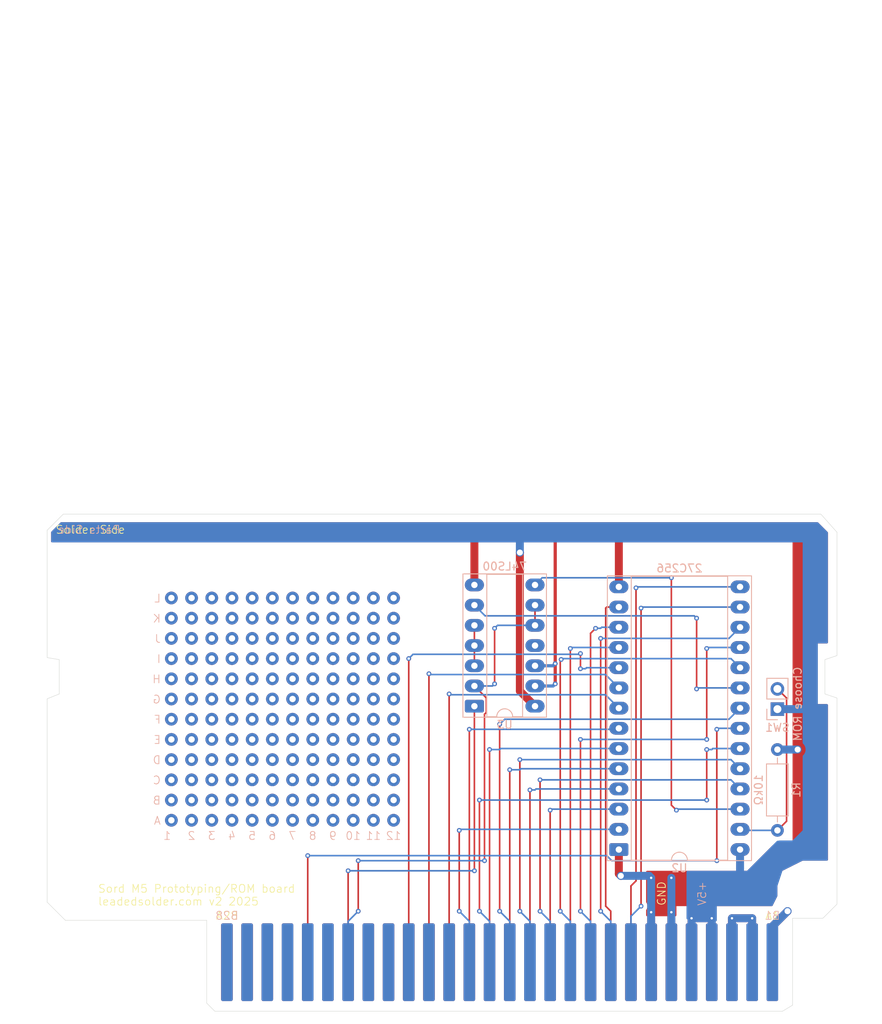
<source format=kicad_pcb>
(kicad_pcb (version 20241229) (generator "pcbnew") (generator_version "9.0")
  (layers (0 "F.Cu" signal) (2 "B.Cu" signal) (13 "F.Paste" user) (15 "B.Paste" user) (5 "F.SilkS" user "F.Silkscreen") (7 "B.SilkS" user "B.Silkscreen") (1 "F.Mask" user) (3 "B.Mask" user) (25 "Edge.Cuts" user))
  (net 0 "")
  (net 1 "/A0")
  (net 2 "GND")
  (net 3 "/A10")
  (net 4 "/D4")
  (net 5 "/A5")
  (net 6 "/A8")
  (net 7 "/~{MEM_RD}")
  (net 8 "/D5")
  (net 9 "/A6")
  (net 10 "+5V")
  (net 11 "/D2")
  (net 12 "/ROM_A14")
  (net 13 "/D0")
  (net 14 "/A1")
  (net 15 "/D3")
  (net 16 "/A3")
  (net 17 "/~{ROM2}")
  (net 18 "/D1")
  (net 19 "/A7")
  (net 20 "/D7")
  (net 21 "/A12")
  (net 22 "/A2")
  (net 23 "/D6")
  (net 24 "/~{ROM0}")
  (net 25 "/A9")
  (net 26 "/A4")
  (net 27 "/A11")
  (net 28 "/ROM_A13")
  (net 35 "+12V")
  (net 36 "-12V")
  (net 39 "/~{ROM1}")
  (net 49 "/~{ROM_CS}")
  (net 51 "Net-(U3-Pad3)")
  (footprint "MountingHole:MountingHole_3.2mm_M3" (layer "F.Cu") (at 196.088 138.938)
    (property "Reference" "REF**" (hide yes))
    (property "Value" "MountingHole_3.2mm_M3")
  )
  (footprint "Sord:M5_CartridgeSlot" (layer "F.Cu") (at 189.23 152.908)
    (property "Reference" "U1" (hide yes))
    (property "Value" "~")
  )
  (footprint "MountingHole:MountingHole_3.2mm_M3" (layer "F.Cu") (at 104.14 139.192)
    (property "Reference" "REF**" (hide yes))
    (property "Value" "MountingHole_3.2mm_M3")
  )
  (footprint "Resistor_THT:R_Axial_DIN0207_L6.3mm_D2.5mm_P10.16mm_Horizontal" (layer "B.Cu") (at 192.405 131.445 90)
    (property "Reference" "R1")
    (property "Value" "10kΩ")
  )
  (footprint "Connector_PinHeader_2.54mm:PinHeader_1x02_P2.54mm_Vertical" (layer "B.Cu") (at 192.405 116.205)
    (property "Reference" "SW1")
    (property "Value" "Choose ROM")
  )
  (footprint "Package_DIP:DIP-14_W7.62mm_Socket_LongPads" (layer "B.Cu") (at 154.305 115.835)
    (property "Reference" "U3")
    (property "Value" "74LS00")
  )
  (footprint "Package_DIP:DIP-28_W15.24mm_Socket_LongPads" (layer "B.Cu") (at 172.466 133.858)
    (property "Reference" "U2")
    (property "Value" "27C256")
  )
  (footprint "Sord:Prototyping_Area" (layer "B.Cu") (at 130.175 116.205)
    (property "Reference" "REF**" (hide yes))
    (property "Value" "Prototyping_Area")
  )
  (gr_line (start 100.838 114.808) (end 100.584 114.9096) (stroke (width 0.05)) (layer "Edge.Cuts"))
  (gr_line (start 199.898 93.98) (end 197.866 91.694) (stroke (width 0.05)) (layer "Edge.Cuts"))
  (gr_line (start 199.898 109.474) (end 199.898 109.22) (stroke (width 0.05)) (layer "Edge.Cuts"))
  (gr_line (start 102.108 109.982) (end 102.108 114.3) (stroke (width 0.05)) (layer "Edge.Cuts"))
  (gr_line (start 199.898 114.808) (end 198.374 114.3) (stroke (width 0.05)) (layer "Edge.Cuts"))
  (gr_line (start 198.374 109.982) (end 198.374 114.3) (stroke (width 0.05)) (layer "Edge.Cuts"))
  (gr_line (start 100.584 115.062) (end 100.584 140.462) (stroke (width 0.05)) (layer "Edge.Cuts"))
  (gr_line (start 102.616 91.694) (end 197.866 91.694) (stroke (width 0.05)) (layer "Edge.Cuts"))
  (gr_line (start 100.584 140.462) (end 102.87 142.748) (stroke (width 0.05)) (layer "Edge.Cuts"))
  (gr_line (start 100.584 93.726) (end 100.584 109.728) (stroke (width 0.05)) (layer "Edge.Cuts"))
  (gr_line (start 121.666 154.178) (end 193.04 154.178) (stroke (width 0.05)) (layer "Edge.Cuts"))
  (gr_line (start 120.65 153.162) (end 121.666 154.178) (stroke (width 0.05)) (layer "Edge.Cuts"))
  (gr_line (start 199.898 109.22) (end 199.898 93.98) (stroke (width 0.05)) (layer "Edge.Cuts"))
  (gr_line (start 199.898 140.716) (end 199.898 114.808) (stroke (width 0.05)) (layer "Edge.Cuts"))
  (gr_line (start 194.31 153.416) (end 194.31 142.494) (stroke (width 0.05)) (layer "Edge.Cuts"))
  (gr_line (start 198.374 109.982) (end 199.898 109.474) (stroke (width 0.05)) (layer "Edge.Cuts"))
  (gr_line (start 194.31 142.494) (end 198.12 142.494) (stroke (width 0.05)) (layer "Edge.Cuts"))
  (gr_line (start 100.584 109.728) (end 102.108 109.982) (stroke (width 0.05)) (layer "Edge.Cuts"))
  (gr_line (start 100.584 114.9096) (end 100.584 115.062) (stroke (width 0.05)) (layer "Edge.Cuts"))
  (gr_line (start 102.616 91.694) (end 100.584 93.726) (stroke (width 0.05)) (layer "Edge.Cuts"))
  (gr_line (start 102.87 142.748) (end 120.65 142.748) (stroke (width 0.05)) (layer "Edge.Cuts"))
  (gr_line (start 102.108 114.3) (end 100.838 114.808) (stroke (width 0.05)) (layer "Edge.Cuts"))
  (gr_line (start 198.12 142.494) (end 199.898 140.716) (stroke (width 0.05)) (layer "Edge.Cuts"))
  (gr_line (start 120.65 142.748) (end 120.65 153.162) (stroke (width 0.05)) (layer "Edge.Cuts"))
  (gr_line (start 193.04 154.178) (end 194.31 153.416) (stroke (width 0.05)) (layer "Edge.Cuts"))
  (gr_text "Sord M5 Prototyping/ROM board\nleadedsolder.com v2 2025" (at 106.934 140.97 0) (layer "F.SilkS") (effects (font (size 1 1) (thickness 0.1)) (justify left bottom)))
  (gr_text "Solder Side" (at 101.6 94.234 0) (layer "F.SilkS") (effects (font (size 1 1) (thickness 0.1)) (justify left bottom)))
  (gr_text "GND" (at 178.435 140.97 90) (layer "F.SilkS") (effects (font (size 1 1) (thickness 0.1)) (justify left bottom)))
  (gr_text "A28" (at 121.759048 142.748 0) (layer "F.SilkS") (effects (font (size 1 1) (thickness 0.1)) (justify left bottom)))
  (gr_text "A1" (at 190.815238 142.748 0) (layer "F.SilkS") (effects (font (size 1 1) (thickness 0.1)) (justify left bottom)))
  (gr_text "B1" (at 192.796191 142.748 0) (layer "B.SilkS") (effects (font (size 1 1) (thickness 0.1)) (justify left bottom mirror)))
  (gr_text "J" (at 114.935 107.95 0) (layer "B.SilkS") (effects (font (size 1 1) (thickness 0.1)) (justify left bottom mirror)))
  (gr_text "+5V" (at 183.515 137.795 90) (layer "B.SilkS") (effects (font (size 1 1) (thickness 0.1)) (justify left bottom mirror)))
  (gr_text "B" (at 114.935 128.27 0) (layer "B.SilkS") (effects (font (size 1 1) (thickness 0.1)) (justify left bottom mirror)))
  (gr_text "Parts Side" (at 109.855 94.234 0) (layer "B.SilkS") (effects (font (size 1 1) (thickness 0.1)) (justify left bottom mirror)))
  (gr_text "A" (at 114.935 130.81 0) (layer "B.SilkS") (effects (font (size 1 1) (thickness 0.1)) (justify left bottom mirror)))
  (gr_text "11" (at 142.607381 132.715 0) (layer "B.SilkS") (effects (font (size 1 1) (thickness 0.1)) (justify left bottom mirror)))
  (gr_text "G" (at 114.935 115.57 0) (layer "B.SilkS") (effects (font (size 1 1) (thickness 0.1)) (justify left bottom mirror)))
  (gr_text "3" (at 121.811191 132.715 0) (layer "B.SilkS") (effects (font (size 1 1) (thickness 0.1)) (justify left bottom mirror)))
  (gr_text "F" (at 114.935 118.11 0) (layer "B.SilkS") (effects (font (size 1 1) (thickness 0.1)) (justify left bottom mirror)))
  (gr_text "5" (at 126.891191 132.715 0) (layer "B.SilkS") (effects (font (size 1 1) (thickness 0.1)) (justify left bottom mirror)))
  (gr_text "I" (at 114.935 110.49 0) (layer "B.SilkS") (effects (font (size 1 1) (thickness 0.1)) (justify left bottom mirror)))
  (gr_text "D" (at 114.935 123.19 0) (layer "B.SilkS") (effects (font (size 1 1) (thickness 0.1)) (justify left bottom mirror)))
  (gr_text "4" (at 124.351191 132.715 0) (layer "B.SilkS") (effects (font (size 1 1) (thickness 0.1)) (justify left bottom mirror)))
  (gr_text "8" (at 134.511191 132.715 0) (layer "B.SilkS") (effects (font (size 1 1) (thickness 0.1)) (justify left bottom mirror)))
  (gr_text "E" (at 114.935 120.65 0) (layer "B.SilkS") (effects (font (size 1 1) (thickness 0.1)) (justify left bottom mirror)))
  (gr_text "1" (at 116.205 132.715 0) (layer "B.SilkS") (effects (font (size 1 1) (thickness 0.1)) (justify left bottom mirror)))
  (gr_text "K" (at 114.935 105.41 0) (layer "B.SilkS") (effects (font (size 1 1) (thickness 0.1)) (justify left bottom mirror)))
  (gr_text "H" (at 114.935 113.03 0) (layer "B.SilkS") (effects (font (size 1 1) (thickness 0.1)) (justify left bottom mirror)))
  (gr_text "2" (at 119.271191 132.715 0) (layer "B.SilkS") (effects (font (size 1 1) (thickness 0.1)) (justify left bottom mirror)))
  (gr_text "9" (at 137.051191 132.715 0) (layer "B.SilkS") (effects (font (size 1 1) (thickness 0.1)) (justify left bottom mirror)))
  (gr_text "B28" (at 124.714 142.748 0) (layer "B.SilkS") (effects (font (size 1 1) (thickness 0.1)) (justify left bottom mirror)))
  (gr_text "7" (at 131.971191 132.715 0) (layer "B.SilkS") (effects (font (size 1 1) (thickness 0.1)) (justify left bottom mirror)))
  (gr_text "C" (at 114.935 125.73 0) (layer "B.SilkS") (effects (font (size 1 1) (thickness 0.1)) (justify left bottom mirror)))
  (gr_text "12" (at 145.147381 132.715 0) (layer "B.SilkS") (effects (font (size 1 1) (thickness 0.1)) (justify left bottom mirror)))
  (gr_text "L" (at 114.935 102.87 0) (layer "B.SilkS") (effects (font (size 1 1) (thickness 0.1)) (justify left bottom mirror)))
  (gr_text "10" (at 140.067381 132.715 0) (layer "B.SilkS") (effects (font (size 1 1) (thickness 0.1)) (justify left bottom mirror)))
  (gr_text "6" (at 129.431191 132.715 0) (layer "B.SilkS") (effects (font (size 1 1) (thickness 0.1)) (justify left bottom mirror)))
  (segment (start 146.05 148.0185) (end 146.05 109.855) (width 0.2) (layer "F.Cu") (net 1))
  (segment (start 167.64 109.22) (end 167.64 111.125) (width 0.2) (layer "F.Cu") (net 1))
  (via (at 167.64 109.22) (size 0.6) (drill 0.3) (layers "F.Cu" "B.Cu") (net 1))
  (via (at 167.64 111.125) (size 0.6) (drill 0.3) (layers "F.Cu" "B.Cu") (net 1))
  (via (at 146.05 109.855) (size 0.6) (drill 0.3) (layers "F.Cu" "B.Cu") (net 1))
  (segment (start 168.275 111.125) (end 168.402 110.998) (width 0.2) (layer "B.Cu") (net 1))
  (segment (start 167.64 111.125) (end 168.275 111.125) (width 0.2) (layer "B.Cu") (net 1))
  (segment (start 146.05 109.855) (end 146.589 109.316) (width 0.2) (layer "B.Cu") (net 1))
  (segment (start 167.544 109.316) (end 167.64 109.22) (width 0.2) (layer "B.Cu") (net 1))
  (segment (start 168.402 110.998) (end 172.466 110.998) (width 0.2) (layer "B.Cu") (net 1))
  (segment (start 146.589 109.316) (end 167.544 109.316) (width 0.2) (layer "B.Cu") (net 1))
  (segment (start 172.466 136.906) (end 172.72 137.16) (width 1) (layer "F.Cu") (net 2))
  (segment (start 154.305 100.595) (end 154.305 93.98) (width 1) (layer "F.Cu") (net 2))
  (segment (start 179.07 148.0185) (end 179.07 137.414) (width 1) (layer "F.Cu") (net 2))
  (segment (start 172.466 133.858) (end 172.466 136.906) (width 1) (layer "F.Cu") (net 2))
  (segment (start 172.466 94.234) (end 172.72 93.98) (width 1) (layer "F.Cu") (net 2))
  (segment (start 164.465 113.03) (end 164.465 93.98) (width 0.4) (layer "F.Cu") (net 2))
  (segment (start 176.53 148.0185) (end 176.53 137.414) (width 1) (layer "F.Cu") (net 2))
  (segment (start 172.466 100.838) (end 172.466 94.234) (width 1) (layer "F.Cu") (net 2))
  (via (at 194.945 121.285) (size 1) (drill 0.75) (layers "F.Cu" "B.Cu") (net 2))
  (via (at 164.465 113.03) (size 0.6) (drill 0.3) (layers "F.Cu" "B.Cu") (net 2))
  (via (at 172.72 137.16) (size 1) (drill 0.75) (layers "F.Cu" "B.Cu") (net 2))
  (via (at 164.465 110.49) (size 0.6) (drill 0.3) (layers "F.Cu" "B.Cu") (net 2))
  (via (at 176.53 141.732) (size 0.6) (drill 0.3) (layers "F.Cu" "B.Cu") (net 2))
  (via (at 179.07 141.732) (size 0.6) (drill 0.3) (layers "F.Cu" "B.Cu") (net 2))
  (via (at 179.07 137.414) (size 0.6) (drill 0.3) (layers "F.Cu" "B.Cu") (net 2))
  (via (at 176.53 137.414) (size 0.6) (drill 0.3) (layers "F.Cu" "B.Cu") (net 2))
  (segment (start 164.2 113.295) (end 164.465 113.03) (width 0.4) (layer "B.Cu") (net 2))
  (segment (start 176.53 148.0185) (end 176.53 141.732) (width 1) (layer "B.Cu") (net 2))
  (segment (start 179.07 148.0185) (end 179.07 141.732) (width 1) (layer "B.Cu") (net 2))
  (segment (start 179.07 141.732) (end 179.07 137.414) (width 1) (layer "B.Cu") (net 2))
  (segment (start 176.53 141.732) (end 176.53 137.414) (width 1) (layer "B.Cu") (net 2))
  (segment (start 192.405 121.285) (end 194.945 121.285) (width 1) (layer "B.Cu") (net 2))
  (segment (start 161.925 113.295) (end 164.2 113.295) (width 0.4) (layer "B.Cu") (net 2))
  (segment (start 176.276 137.16) (end 176.53 137.414) (width 1) (layer "B.Cu") (net 2))
  (segment (start 164.465 110.49) (end 164.2 110.755) (width 0.4) (layer "B.Cu") (net 2))
  (segment (start 161.925 110.755) (end 164.2 110.755) (width 0.4) (layer "B.Cu") (net 2))
  (segment (start 172.72 137.16) (end 176.276 137.16) (width 1) (layer "B.Cu") (net 2))
  (segment (start 157.48 141.605) (end 157.48 118.11) (width 0.2) (layer "F.Cu") (net 3))
  (via (at 157.48 118.11) (size 0.6) (drill 0.3) (layers "F.Cu" "B.Cu") (net 3))
  (via (at 157.48 141.605) (size 0.6) (drill 0.3) (layers "F.Cu" "B.Cu") (net 3))
  (segment (start 158.75 148.0185) (end 158.75 142.875) (width 0.2) (layer "B.Cu") (net 3))
  (segment (start 158.115 117.475) (end 186.309 117.475) (width 0.2) (layer "B.Cu") (net 3))
  (segment (start 157.48 118.11) (end 158.115 117.475) (width 0.2) (layer "B.Cu") (net 3))
  (segment (start 186.309 117.475) (end 187.706 116.078) (width 0.2) (layer "B.Cu") (net 3))
  (segment (start 158.75 142.875) (end 157.48 141.605) (width 0.2) (layer "B.Cu") (net 3))
  (segment (start 175.26 140.97) (end 175.26 103.505) (width 0.2) (layer "F.Cu") (net 4))
  (via (at 175.26 103.505) (size 0.6) (drill 0.3) (layers "F.Cu" "B.Cu") (net 4))
  (via (at 175.26 140.97) (size 0.6) (drill 0.3) (layers "F.Cu" "B.Cu") (net 4))
  (segment (start 175.26 103.505) (end 175.387 103.378) (width 0.2) (layer "B.Cu") (net 4))
  (segment (start 175.387 103.378) (end 187.706 103.378) (width 0.2) (layer "B.Cu") (net 4))
  (segment (start 173.99 142.24) (end 175.26 140.97) (width 0.2) (layer "B.Cu") (net 4))
  (segment (start 173.99 148.0185) (end 173.99 142.24) (width 0.2) (layer "B.Cu") (net 4))
  (segment (start 158.75 148.0185) (end 158.75 123.825) (width 0.2) (layer "F.Cu") (net 5))
  (via (at 158.75 123.825) (size 0.6) (drill 0.3) (layers "F.Cu" "B.Cu") (net 5))
  (segment (start 160.02 123.825) (end 160.147 123.698) (width 0.2) (layer "B.Cu") (net 5))
  (segment (start 158.75 123.825) (end 160.02 123.825) (width 0.2) (layer "B.Cu") (net 5))
  (segment (start 160.147 123.698) (end 172.466 123.698) (width 0.2) (layer "B.Cu") (net 5))
  (segment (start 162.56 141.605) (end 162.56 125.095) (width 0.2) (layer "F.Cu") (net 6))
  (via (at 162.56 141.605) (size 0.6) (drill 0.3) (layers "F.Cu" "B.Cu") (net 6))
  (via (at 162.56 125.095) (size 0.6) (drill 0.3) (layers "F.Cu" "B.Cu") (net 6))
  (segment (start 163.83 142.875) (end 162.56 141.605) (width 0.2) (layer "B.Cu") (net 6))
  (segment (start 163.83 148.0185) (end 163.83 142.875) (width 0.2) (layer "B.Cu") (net 6))
  (segment (start 162.56 125.095) (end 186.563 125.095) (width 0.2) (layer "B.Cu") (net 6))
  (segment (start 186.563 125.095) (end 187.706 126.238) (width 0.2) (layer "B.Cu") (net 6))
  (segment (start 133.35 148.0185) (end 133.35 134.62) (width 0.2) (layer "F.Cu") (net 7))
  (segment (start 184.785 135.255) (end 184.785 118.745) (width 0.2) (layer "F.Cu") (net 7))
  (via (at 133.35 134.62) (size 0.6) (drill 0.3) (layers "F.Cu" "B.Cu") (net 7))
  (via (at 184.785 135.255) (size 0.6) (drill 0.3) (layers "F.Cu" "B.Cu") (net 7))
  (via (at 184.785 118.745) (size 0.6) (drill 0.3) (layers "F.Cu" "B.Cu") (net 7))
  (segment (start 133.35 134.62) (end 170.94184 134.62) (width 0.2) (layer "B.Cu") (net 7))
  (segment (start 184.912 118.618) (end 187.706 118.618) (width 0.2) (layer "B.Cu") (net 7))
  (segment (start 170.94184 134.62) (end 171.57684 135.255) (width 0.2) (layer "B.Cu") (net 7))
  (segment (start 171.57684 135.255) (end 184.785 135.255) (width 0.2) (layer "B.Cu") (net 7))
  (segment (start 184.785 118.745) (end 184.912 118.618) (width 0.2) (layer "B.Cu") (net 7))
  (segment (start 170.18 141.605) (end 170.18 107.315) (width 0.2) (layer "F.Cu") (net 8))
  (via (at 170.18 107.315) (size 0.6) (drill 0.3) (layers "F.Cu" "B.Cu") (net 8))
  (via (at 170.18 141.605) (size 0.6) (drill 0.3) (layers "F.Cu" "B.Cu") (net 8))
  (segment (start 171.45 148.0185) (end 171.45 142.875) (width 0.2) (layer "B.Cu") (net 8))
  (segment (start 186.309 107.315) (end 187.706 105.918) (width 0.2) (layer "B.Cu") (net 8))
  (segment (start 170.18 107.315) (end 186.309 107.315) (width 0.2) (layer "B.Cu") (net 8))
  (segment (start 171.45 142.875) (end 170.18 141.605) (width 0.2) (layer "B.Cu") (net 8))
  (segment (start 161.29 148.0185) (end 161.29 126.365) (width 0.2) (layer "F.Cu") (net 9))
  (via (at 161.29 126.365) (size 0.6) (drill 0.3) (layers "F.Cu" "B.Cu") (net 9))
  (segment (start 161.29 126.365) (end 161.925 126.365) (width 0.2) (layer "B.Cu") (net 9))
  (segment (start 162.052 126.238) (end 172.466 126.238) (width 0.2) (layer "B.Cu") (net 9))
  (segment (start 161.925 126.365) (end 162.052 126.238) (width 0.2) (layer "B.Cu") (net 9))
  (segment (start 160.02 113.93) (end 160.02 96.52) (width 1) (layer "F.Cu") (net 10))
  (segment (start 181.61 142.494) (end 181.61 148.0185) (width 1) (layer "F.Cu") (net 10))
  (segment (start 184.15 148.0185) (end 184.15 142.494) (width 1) (layer "F.Cu") (net 10))
  (segment (start 161.925 115.835) (end 160.02 113.93) (width 1) (layer "F.Cu") (net 10))
  (segment (start 184.15 142.494) (end 181.61 142.494) (width 1) (layer "F.Cu") (net 10))
  (via (at 184.15 142.494) (size 0.6) (drill 0.3) (layers "F.Cu" "B.Cu") (net 10))
  (via (at 181.61 142.494) (size 0.6) (drill 0.3) (layers "F.Cu" "B.Cu") (net 10))
  (via (at 160.02 96.52) (size 1) (drill 0.75) (layers "F.Cu" "B.Cu") (net 10))
  (segment (start 160.02 96.52) (end 160.02 93.98) (width 1) (layer "B.Cu") (net 10))
  (segment (start 184.15 142.494) (end 181.61 142.494) (width 1) (layer "B.Cu") (net 10))
  (segment (start 192.405 116.205) (end 196.215 116.205) (width 1) (layer "B.Cu") (net 10))
  (segment (start 184.15 148.0185) (end 184.15 142.494) (width 1) (layer "B.Cu") (net 10))
  (segment (start 187.96 137.795) (end 187.706 137.541) (width 1) (layer "B.Cu") (net 10))
  (segment (start 187.706 133.858) (end 187.706 137.541) (width 1) (layer "B.Cu") (net 10))
  (segment (start 181.61 142.494) (end 181.61 148.0185) (width 1) (layer "B.Cu") (net 10))
  (segment (start 171.45 141.605) (end 170.815 140.97) (width 0.2) (layer "F.Cu") (net 11))
  (segment (start 170.942 103.378) (end 172.466 103.378) (width 0.2) (layer "F.Cu") (net 11))
  (segment (start 171.45 148.0185) (end 171.45 141.605) (width 0.2) (layer "F.Cu") (net 11))
  (segment (start 170.815 103.505) (end 170.942 103.378) (width 0.2) (layer "F.Cu") (net 11))
  (segment (start 170.815 140.97) (end 170.815 103.505) (width 0.2) (layer "F.Cu") (net 11))
  (segment (start 193.556 130.294) (end 192.405 131.445) (width 0.2) (layer "F.Cu") (net 12))
  (segment (start 192.405 113.665) (end 193.556 114.816) (width 0.2) (layer "F.Cu") (net 12))
  (segment (start 193.556 114.816) (end 193.556 130.294) (width 0.2) (layer "F.Cu") (net 12))
  (segment (start 192.405 131.445) (end 187.833 131.445) (width 0.2) (layer "B.Cu") (net 12))
  (segment (start 187.833 131.445) (end 187.706 131.318) (width 0.2) (layer "B.Cu") (net 12))
  (segment (start 166.37 148.0185) (end 166.37 108.585) (width 0.2) (layer "F.Cu") (net 13))
  (via (at 166.37 108.585) (size 0.6) (drill 0.3) (layers "F.Cu" "B.Cu") (net 13))
  (segment (start 166.497 108.458) (end 172.466 108.458) (width 0.2) (layer "B.Cu") (net 13))
  (segment (start 166.37 108.585) (end 166.497 108.458) (width 0.2) (layer "B.Cu") (net 13))
  (segment (start 148.59 148.0185) (end 148.59 111.76) (width 0.2) (layer "F.Cu") (net 14))
  (via (at 148.59 111.76) (size 0.6) (drill 0.3) (layers "F.Cu" "B.Cu") (net 14))
  (segment (start 170.784 111.856) (end 172.466 113.538) (width 0.2) (layer "B.Cu") (net 14))
  (segment (start 148.59 111.76) (end 148.686 111.856) (width 0.2) (layer "B.Cu") (net 14))
  (segment (start 148.686 111.856) (end 170.784 111.856) (width 0.2) (layer "B.Cu") (net 14))
  (segment (start 173.99 148.0185) (end 173.99 138.43) (width 0.2) (layer "F.Cu") (net 15))
  (segment (start 174.625 137.795) (end 174.625 100.965) (width 0.2) (layer "F.Cu") (net 15))
  (segment (start 173.99 138.43) (end 174.625 137.795) (width 0.2) (layer "F.Cu") (net 15))
  (via (at 174.625 100.965) (size 0.6) (drill 0.3) (layers "F.Cu" "B.Cu") (net 15))
  (segment (start 174.752 100.838) (end 187.706 100.838) (width 0.2) (layer "B.Cu") (net 15))
  (segment (start 174.625 100.965) (end 174.752 100.838) (width 0.2) (layer "B.Cu") (net 15))
  (segment (start 153.67 148.0185) (end 153.67 118.745) (width 0.2) (layer "F.Cu") (net 16))
  (via (at 153.67 118.745) (size 0.6) (drill 0.3) (layers "F.Cu" "B.Cu") (net 16))
  (segment (start 172.339 118.745) (end 172.466 118.618) (width 0.2) (layer "B.Cu") (net 16))
  (segment (start 153.67 118.745) (end 172.339 118.745) (width 0.2) (layer "B.Cu") (net 16))
  (segment (start 168.91 148.0185) (end 168.91 106.68) (width 0.2) (layer "F.Cu") (net 18))
  (segment (start 168.91 148.0185) (end 169.545 147.3835) (width 0.2) (layer "F.Cu") (net 18))
  (segment (start 168.91 106.68) (end 169.545 106.045) (width 0.2) (layer "F.Cu") (net 18))
  (via (at 169.545 106.045) (size 0.6) (drill 0.3) (layers "F.Cu" "B.Cu") (net 18))
  (segment (start 170.307 105.918) (end 172.466 105.918) (width 0.2) (layer "B.Cu") (net 18))
  (segment (start 169.545 106.045) (end 170.18 106.045) (width 0.2) (layer "B.Cu") (net 18))
  (segment (start 170.18 106.045) (end 170.307 105.918) (width 0.2) (layer "B.Cu") (net 18))
  (segment (start 163.83 148.0185) (end 163.83 128.905) (width 0.2) (layer "F.Cu") (net 19))
  (via (at 163.83 128.905) (size 0.6) (drill 0.3) (layers "F.Cu" "B.Cu") (net 19))
  (segment (start 163.957 128.778) (end 172.466 128.778) (width 0.2) (layer "B.Cu") (net 19))
  (segment (start 163.83 128.905) (end 163.957 128.778) (width 0.2) (layer "B.Cu") (net 19))
  (segment (start 165.1 141.605) (end 165.1 110.081) (width 0.2) (layer "F.Cu") (net 20))
  (segment (start 165.1 110.081) (end 165.215 109.966) (width 0.2) (layer "F.Cu") (net 20))
  (via (at 165.1 141.605) (size 0.6) (drill 0.3) (layers "F.Cu" "B.Cu") (net 20))
  (via (at 165.215 109.966) (size 0.6) (drill 0.3) (layers "F.Cu" "B.Cu") (net 20))
  (segment (start 187.706 110.998) (end 186.563 109.855) (width 0.2) (layer "B.Cu") (net 20))
  (segment (start 186.563 109.855) (end 165.326 109.855) (width 0.2) (layer "B.Cu") (net 20))
  (segment (start 166.37 142.875) (end 165.1 141.605) (width 0.2) (layer "B.Cu") (net 20))
  (segment (start 165.326 109.855) (end 165.215 109.966) (width 0.2) (layer "B.Cu") (net 20))
  (segment (start 166.37 148.0185) (end 166.37 142.875) (width 0.2) (layer "B.Cu") (net 20))
  (segment (start 152.4 141.605) (end 152.4 131.445) (width 0.2) (layer "F.Cu") (net 21))
  (via (at 152.4 131.445) (size 0.6) (drill 0.3) (layers "F.Cu" "B.Cu") (net 21))
  (via (at 152.4 141.605) (size 0.6) (drill 0.3) (layers "F.Cu" "B.Cu") (net 21))
  (segment (start 153.67 142.875) (end 152.4 141.605) (width 0.2) (layer "B.Cu") (net 21))
  (segment (start 153.67 148.0185) (end 153.67 142.875) (width 0.2) (layer "B.Cu") (net 21))
  (segment (start 152.527 131.318) (end 172.466 131.318) (width 0.2) (layer "B.Cu") (net 21))
  (segment (start 152.4 131.445) (end 152.527 131.318) (width 0.2) (layer "B.Cu") (net 21))
  (segment (start 151.13 148.0185) (end 151.13 114.3) (width 0.2) (layer "F.Cu") (net 22))
  (via (at 151.13 114.3) (size 0.6) (drill 0.3) (layers "F.Cu" "B.Cu") (net 22))
  (segment (start 170.784 114.396) (end 172.466 116.078) (width 0.2) (layer "B.Cu") (net 22))
  (segment (start 151.13 114.3) (end 151.226 114.396) (width 0.2) (layer "B.Cu") (net 22))
  (segment (start 151.226 114.396) (end 170.784 114.396) (width 0.2) (layer "B.Cu") (net 22))
  (segment (start 167.64 141.605) (end 167.64 120.015) (width 0.2) (layer "F.Cu") (net 23))
  (segment (start 183.515 120.015) (end 183.515 108.585) (width 0.2) (layer "F.Cu") (net 23))
  (via (at 167.64 120.015) (size 0.6) (drill 0.3) (layers "F.Cu" "B.Cu") (net 23))
  (via (at 167.64 141.605) (size 0.6) (drill 0.3) (layers "F.Cu" "B.Cu") (net 23))
  (via (at 183.515 108.585) (size 0.6) (drill 0.3) (layers "F.Cu" "B.Cu") (net 23))
  (via (at 183.515 120.015) (size 0.6) (drill 0.3) (layers "F.Cu" "B.Cu") (net 23))
  (segment (start 168.91 148.0185) (end 168.91 142.875) (width 0.2) (layer "B.Cu") (net 23))
  (segment (start 168.91 142.875) (end 167.64 141.605) (width 0.2) (layer "B.Cu") (net 23))
  (segment (start 183.515 108.585) (end 183.642 108.458) (width 0.2) (layer "B.Cu") (net 23))
  (segment (start 167.64 120.015) (end 183.515 120.015) (width 0.2) (layer "B.Cu") (net 23))
  (segment (start 183.642 108.458) (end 187.706 108.458) (width 0.2) (layer "B.Cu") (net 23))
  (segment (start 138.43 148.0185) (end 138.43 136.525) (width 0.2) (layer "F.Cu") (net 24))
  (segment (start 154.305 136.525) (end 154.305 115.835) (width 0.2) (layer "F.Cu") (net 24))
  (via (at 138.43 136.525) (size 0.6) (drill 0.3) (layers "F.Cu" "B.Cu") (net 24))
  (via (at 154.305 136.525) (size 0.6) (drill 0.3) (layers "F.Cu" "B.Cu") (net 24))
  (segment (start 138.43 136.525) (end 154.305 136.525) (width 0.2) (layer "B.Cu") (net 24))
  (segment (start 160.02 141.605) (end 160.02 122.555) (width 0.2) (layer "F.Cu") (net 25))
  (via (at 160.02 141.605) (size 0.6) (drill 0.3) (layers "F.Cu" "B.Cu") (net 25))
  (via (at 160.02 122.555) (size 0.6) (drill 0.3) (layers "F.Cu" "B.Cu") (net 25))
  (segment (start 161.29 148.0185) (end 161.29 142.875) (width 0.2) (layer "B.Cu") (net 25))
  (segment (start 186.563 122.555) (end 187.706 123.698) (width 0.2) (layer "B.Cu") (net 25))
  (segment (start 160.02 122.555) (end 186.563 122.555) (width 0.2) (layer "B.Cu") (net 25))
  (segment (start 161.29 142.875) (end 160.02 141.605) (width 0.2) (layer "B.Cu") (net 25))
  (segment (start 156.21 148.0185) (end 156.21 121.285) (width 0.2) (layer "F.Cu") (net 26))
  (via (at 156.21 121.285) (size 0.6) (drill 0.3) (layers "F.Cu" "B.Cu") (net 26))
  (segment (start 157.607 121.158) (end 172.466 121.158) (width 0.2) (layer "B.Cu") (net 26))
  (segment (start 157.48 121.285) (end 157.607 121.158) (width 0.2) (layer "B.Cu") (net 26))
  (segment (start 156.21 121.285) (end 157.48 121.285) (width 0.2) (layer "B.Cu") (net 26))
  (segment (start 183.515 127.635) (end 183.515 121.285) (width 0.2) (layer "F.Cu") (net 27))
  (segment (start 154.94 141.605) (end 154.94 127.635) (width 0.2) (layer "F.Cu") (net 27))
  (via (at 183.515 121.285) (size 0.6) (drill 0.3) (layers "F.Cu" "B.Cu") (net 27))
  (via (at 154.94 127.635) (size 0.6) (drill 0.3) (layers "F.Cu" "B.Cu") (net 27))
  (via (at 154.94 141.605) (size 0.6) (drill 0.3) (layers "F.Cu" "B.Cu") (net 27))
  (via (at 183.515 127.635) (size 0.6) (drill 0.3) (layers "F.Cu" "B.Cu") (net 27))
  (segment (start 184.277 121.158) (end 187.706 121.158) (width 0.2) (layer "B.Cu") (net 27))
  (segment (start 154.94 127.635) (end 183.515 127.635) (width 0.2) (layer "B.Cu") (net 27))
  (segment (start 184.15 121.285) (end 184.277 121.158) (width 0.2) (layer "B.Cu") (net 27))
  (segment (start 156.21 148.0185) (end 156.21 142.875) (width 0.2) (layer "B.Cu") (net 27))
  (segment (start 156.21 142.875) (end 154.94 141.605) (width 0.2) (layer "B.Cu") (net 27))
  (segment (start 183.515 121.285) (end 184.15 121.285) (width 0.2) (layer "B.Cu") (net 27))
  (segment (start 179.07 99.695) (end 179.07 128.27) (width 0.2) (layer "F.Cu") (net 28))
  (segment (start 179.07 128.27) (end 179.705 128.905) (width 0.2) (layer "F.Cu") (net 28))
  (via (at 179.07 99.695) (size 0.6) (drill 0.3) (layers "F.Cu" "B.Cu") (net 28))
  (via (at 179.705 128.905) (size 0.6) (drill 0.3) (layers "F.Cu" "B.Cu") (net 28))
  (segment (start 179.705 128.905) (end 179.832 128.778) (width 0.2) (layer "B.Cu") (net 28))
  (segment (start 162.825 99.695) (end 179.07 99.695) (width 0.2) (layer "B.Cu") (net 28))
  (segment (start 179.832 128.778) (end 187.706 128.778) (width 0.2) (layer "B.Cu") (net 28))
  (segment (start 161.925 100.595) (end 162.825 99.695) (width 0.2) (layer "B.Cu") (net 28))
  (segment (start 189.23 148.0185) (end 189.23 142.494) (width 1) (layer "F.Cu") (net 35))
  (segment (start 186.69 142.494) (end 186.69 148.0185) (width 1) (layer "F.Cu") (net 35))
  (segment (start 189.23 142.494) (end 186.69 142.494) (width 1) (layer "F.Cu") (net 35))
  (via (at 189.23 142.494) (size 0.6) (drill 0.3) (layers "F.Cu" "B.Cu") (net 35))
  (via (at 186.69 142.494) (size 0.6) (drill 0.3) (layers "F.Cu" "B.Cu") (net 35))
  (segment (start 189.23 148.0185) (end 189.23 142.494) (width 1) (layer "B.Cu") (net 35))
  (segment (start 189.23 142.494) (end 186.69 142.494) (width 1) (layer "B.Cu") (net 35))
  (segment (start 186.69 142.494) (end 186.69 148.0185) (width 1) (layer "B.Cu") (net 35))
  (segment (start 191.77 143.51) (end 193.675 141.605) (width 1) (layer "F.Cu") (net 36))
  (segment (start 191.77 148.0185) (end 191.77 143.51) (width 1) (layer "F.Cu") (net 36))
  (via (at 193.675 141.605) (size 1) (drill 0.75) (layers "F.Cu" "B.Cu") (net 36))
  (segment (start 191.77 143.51) (end 193.675 141.605) (width 1) (layer "B.Cu") (net 36))
  (segment (start 191.77 148.0185) (end 191.77 143.51) (width 1) (layer "B.Cu") (net 36))
  (segment (start 161.925 105.675) (end 161.925 103.135) (width 0.2) (layer "F.Cu") (net 39))
  (segment (start 139.7 141.605) (end 139.7 135.255) (width 0.2) (layer "F.Cu") (net 39))
  (segment (start 156.845 106.045) (end 156.845 113.03) (width 0.2) (layer "F.Cu") (net 39))
  (segment (start 155.806 116.62016) (end 155.806 114.796) (width 0.2) (layer "F.Cu") (net 39))
  (segment (start 155.806 114.796) (end 154.305 113.295) (width 0.2) (layer "F.Cu") (net 39))
  (segment (start 155.575 135.255) (end 155.575 116.85116) (width 0.2) (layer "F.Cu") (net 39))
  (segment (start 155.575 116.85116) (end 155.806 116.62016) (width 0.2) (layer "F.Cu") (net 39))
  (via (at 156.845 106.045) (size 0.6) (drill 0.3) (layers "F.Cu" "B.Cu") (net 39))
  (via (at 155.575 135.255) (size 0.6) (drill 0.3) (layers "F.Cu" "B.Cu") (net 39))
  (via (at 139.7 135.255) (size 0.6) (drill 0.3) (layers "F.Cu" "B.Cu") (net 39))
  (via (at 139.7 141.605) (size 0.6) (drill 0.3) (layers "F.Cu" "B.Cu") (net 39))
  (via (at 156.845 113.03) (size 0.6) (drill 0.3) (layers "F.Cu" "B.Cu") (net 39))
  (segment (start 138.43 142.875) (end 139.7 141.605) (width 0.2) (layer "B.Cu") (net 39))
  (segment (start 138.43 148.0185) (end 138.43 142.875) (width 0.2) (layer "B.Cu") (net 39))
  (segment (start 157.215 105.675) (end 156.845 106.045) (width 0.2) (layer "B.Cu") (net 39))
  (segment (start 139.7 135.255) (end 155.575 135.255) (width 0.2) (layer "B.Cu") (net 39))
  (segment (start 161.925 105.675) (end 157.215 105.675) (width 0.2) (layer "B.Cu") (net 39))
  (segment (start 156.845 113.03) (end 156.58 113.295) (width 0.2) (layer "B.Cu") (net 39))
  (segment (start 156.58 113.295) (end 154.305 113.295) (width 0.2) (layer "B.Cu") (net 39))
  (segment (start 182.245 104.775) (end 182.245 113.665) (width 0.2) (layer "F.Cu") (net 49))
  (via (at 182.245 113.665) (size 0.6) (drill 0.3) (layers "F.Cu" "B.Cu") (net 49))
  (via (at 182.245 104.775) (size 0.6) (drill 0.3) (layers "F.Cu" "B.Cu") (net 49))
  (segment (start 155.649 104.479) (end 181.949 104.479) (width 0.2) (layer "B.Cu") (net 49))
  (segment (start 181.949 104.479) (end 182.245 104.775) (width 0.2) (layer "B.Cu") (net 49))
  (segment (start 154.305 103.135) (end 155.649 104.479) (width 0.2) (layer "B.Cu") (net 49))
  (segment (start 182.245 113.665) (end 182.372 113.538) (width 0.2) (layer "B.Cu") (net 49))
  (segment (start 182.372 113.538) (end 187.706 113.538) (width 0.2) (layer "B.Cu") (net 49))
  (segment (start 154.305 110.755) (end 154.305 105.675) (width 0.2) (layer "F.Cu") (net 51))
  (zone (net 2) (net_name "GND") (layer "F.Cu") (connect_pads yes (clearance 0.5)) (min_thickness 0.25) (fill yes (thermal_gap 0.5) (thermal_bridge_width 0.5))
    (polygon (pts (xy 175.895 136.525) (xy 175.895 142.24) (xy 179.705 142.24) (xy 179.705 140.97) (xy 191.77 140.97) (xy 192.405 139.7) (xy 192.405 137.795) (xy 193.04 136.525) (xy 195.58 135.255) (xy 198.755 135.255) (xy 198.755 115.57) (xy 197.485 115.57) (xy 197.485 107.95) (xy 198.755 107.95) (xy 198.755 93.98) (xy 197.485 92.71) (xy 101.6 92.71) (xy 99.695 93.98) (xy 99.695 95.25) (xy 194.31 95.25) (xy 194.31 132.715) (xy 193.04 132.715) (xy 191.77 133.35) (xy 188.595 136.525)))
  )
  (zone (net 10) (net_name "+5V") (layer "B.Cu") (priority 1) (connect_pads (clearance 0.5)) (min_thickness 0.25) (fill yes (thermal_gap 0.5) (thermal_bridge_width 0.5))
    (polygon (pts (xy 180.975 143.51) (xy 180.975 136.525) (xy 188.595 136.525) (xy 192.405 132.715) (xy 194.31 132.715) (xy 195.58 131.445) (xy 195.58 95.25) (xy 99.695 95.25) (xy 99.695 93.98) (xy 101.6 92.71) (xy 197.485 92.71) (xy 198.755 93.98) (xy 198.755 107.95) (xy 197.485 107.95) (xy 197.485 115.57) (xy 198.755 115.57) (xy 198.755 135.255) (xy 195.58 135.255) (xy 193.04 136.525) (xy 192.405 138.43) (xy 192.405 139.7) (xy 191.77 140.97) (xy 184.785 140.97) (xy 184.785 142.875) (xy 182.245 142.875) (xy 182.245 143.51)))
  )
)
</source>
